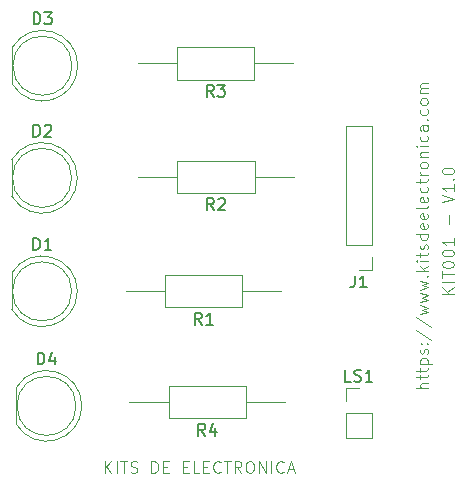
<source format=gbr>
%TF.GenerationSoftware,KiCad,Pcbnew,9.0.2*%
%TF.CreationDate,2025-12-15T21:59:35+00:00*%
%TF.ProjectId,simulador-semaforo,73696d75-6c61-4646-9f72-2d73656d6166,1.0*%
%TF.SameCoordinates,Original*%
%TF.FileFunction,Legend,Top*%
%TF.FilePolarity,Positive*%
%FSLAX46Y46*%
G04 Gerber Fmt 4.6, Leading zero omitted, Abs format (unit mm)*
G04 Created by KiCad (PCBNEW 9.0.2) date 2025-12-15 21:59:35*
%MOMM*%
%LPD*%
G01*
G04 APERTURE LIST*
%ADD10C,0.100000*%
%ADD11C,0.150000*%
%ADD12C,0.120000*%
G04 APERTURE END LIST*
D10*
X179772419Y-77396115D02*
X178772419Y-77396115D01*
X179772419Y-76967544D02*
X179248609Y-76967544D01*
X179248609Y-76967544D02*
X179153371Y-77015163D01*
X179153371Y-77015163D02*
X179105752Y-77110401D01*
X179105752Y-77110401D02*
X179105752Y-77253258D01*
X179105752Y-77253258D02*
X179153371Y-77348496D01*
X179153371Y-77348496D02*
X179200990Y-77396115D01*
X179105752Y-76634210D02*
X179105752Y-76253258D01*
X178772419Y-76491353D02*
X179629561Y-76491353D01*
X179629561Y-76491353D02*
X179724800Y-76443734D01*
X179724800Y-76443734D02*
X179772419Y-76348496D01*
X179772419Y-76348496D02*
X179772419Y-76253258D01*
X179105752Y-76062781D02*
X179105752Y-75681829D01*
X178772419Y-75919924D02*
X179629561Y-75919924D01*
X179629561Y-75919924D02*
X179724800Y-75872305D01*
X179724800Y-75872305D02*
X179772419Y-75777067D01*
X179772419Y-75777067D02*
X179772419Y-75681829D01*
X179105752Y-75348495D02*
X180105752Y-75348495D01*
X179153371Y-75348495D02*
X179105752Y-75253257D01*
X179105752Y-75253257D02*
X179105752Y-75062781D01*
X179105752Y-75062781D02*
X179153371Y-74967543D01*
X179153371Y-74967543D02*
X179200990Y-74919924D01*
X179200990Y-74919924D02*
X179296228Y-74872305D01*
X179296228Y-74872305D02*
X179581942Y-74872305D01*
X179581942Y-74872305D02*
X179677180Y-74919924D01*
X179677180Y-74919924D02*
X179724800Y-74967543D01*
X179724800Y-74967543D02*
X179772419Y-75062781D01*
X179772419Y-75062781D02*
X179772419Y-75253257D01*
X179772419Y-75253257D02*
X179724800Y-75348495D01*
X179724800Y-74491352D02*
X179772419Y-74396114D01*
X179772419Y-74396114D02*
X179772419Y-74205638D01*
X179772419Y-74205638D02*
X179724800Y-74110400D01*
X179724800Y-74110400D02*
X179629561Y-74062781D01*
X179629561Y-74062781D02*
X179581942Y-74062781D01*
X179581942Y-74062781D02*
X179486704Y-74110400D01*
X179486704Y-74110400D02*
X179439085Y-74205638D01*
X179439085Y-74205638D02*
X179439085Y-74348495D01*
X179439085Y-74348495D02*
X179391466Y-74443733D01*
X179391466Y-74443733D02*
X179296228Y-74491352D01*
X179296228Y-74491352D02*
X179248609Y-74491352D01*
X179248609Y-74491352D02*
X179153371Y-74443733D01*
X179153371Y-74443733D02*
X179105752Y-74348495D01*
X179105752Y-74348495D02*
X179105752Y-74205638D01*
X179105752Y-74205638D02*
X179153371Y-74110400D01*
X179677180Y-73634209D02*
X179724800Y-73586590D01*
X179724800Y-73586590D02*
X179772419Y-73634209D01*
X179772419Y-73634209D02*
X179724800Y-73681828D01*
X179724800Y-73681828D02*
X179677180Y-73634209D01*
X179677180Y-73634209D02*
X179772419Y-73634209D01*
X179153371Y-73634209D02*
X179200990Y-73586590D01*
X179200990Y-73586590D02*
X179248609Y-73634209D01*
X179248609Y-73634209D02*
X179200990Y-73681828D01*
X179200990Y-73681828D02*
X179153371Y-73634209D01*
X179153371Y-73634209D02*
X179248609Y-73634209D01*
X178724800Y-72443734D02*
X180010514Y-73300876D01*
X178724800Y-71396115D02*
X180010514Y-72253257D01*
X179105752Y-71158019D02*
X179772419Y-70967543D01*
X179772419Y-70967543D02*
X179296228Y-70777067D01*
X179296228Y-70777067D02*
X179772419Y-70586591D01*
X179772419Y-70586591D02*
X179105752Y-70396115D01*
X179105752Y-70110400D02*
X179772419Y-69919924D01*
X179772419Y-69919924D02*
X179296228Y-69729448D01*
X179296228Y-69729448D02*
X179772419Y-69538972D01*
X179772419Y-69538972D02*
X179105752Y-69348496D01*
X179105752Y-69062781D02*
X179772419Y-68872305D01*
X179772419Y-68872305D02*
X179296228Y-68681829D01*
X179296228Y-68681829D02*
X179772419Y-68491353D01*
X179772419Y-68491353D02*
X179105752Y-68300877D01*
X179677180Y-67919924D02*
X179724800Y-67872305D01*
X179724800Y-67872305D02*
X179772419Y-67919924D01*
X179772419Y-67919924D02*
X179724800Y-67967543D01*
X179724800Y-67967543D02*
X179677180Y-67919924D01*
X179677180Y-67919924D02*
X179772419Y-67919924D01*
X179772419Y-67443734D02*
X178772419Y-67443734D01*
X179391466Y-67348496D02*
X179772419Y-67062782D01*
X179105752Y-67062782D02*
X179486704Y-67443734D01*
X179772419Y-66634210D02*
X179105752Y-66634210D01*
X178772419Y-66634210D02*
X178820038Y-66681829D01*
X178820038Y-66681829D02*
X178867657Y-66634210D01*
X178867657Y-66634210D02*
X178820038Y-66586591D01*
X178820038Y-66586591D02*
X178772419Y-66634210D01*
X178772419Y-66634210D02*
X178867657Y-66634210D01*
X179105752Y-66300877D02*
X179105752Y-65919925D01*
X178772419Y-66158020D02*
X179629561Y-66158020D01*
X179629561Y-66158020D02*
X179724800Y-66110401D01*
X179724800Y-66110401D02*
X179772419Y-66015163D01*
X179772419Y-66015163D02*
X179772419Y-65919925D01*
X179724800Y-65634210D02*
X179772419Y-65538972D01*
X179772419Y-65538972D02*
X179772419Y-65348496D01*
X179772419Y-65348496D02*
X179724800Y-65253258D01*
X179724800Y-65253258D02*
X179629561Y-65205639D01*
X179629561Y-65205639D02*
X179581942Y-65205639D01*
X179581942Y-65205639D02*
X179486704Y-65253258D01*
X179486704Y-65253258D02*
X179439085Y-65348496D01*
X179439085Y-65348496D02*
X179439085Y-65491353D01*
X179439085Y-65491353D02*
X179391466Y-65586591D01*
X179391466Y-65586591D02*
X179296228Y-65634210D01*
X179296228Y-65634210D02*
X179248609Y-65634210D01*
X179248609Y-65634210D02*
X179153371Y-65586591D01*
X179153371Y-65586591D02*
X179105752Y-65491353D01*
X179105752Y-65491353D02*
X179105752Y-65348496D01*
X179105752Y-65348496D02*
X179153371Y-65253258D01*
X179772419Y-64348496D02*
X178772419Y-64348496D01*
X179724800Y-64348496D02*
X179772419Y-64443734D01*
X179772419Y-64443734D02*
X179772419Y-64634210D01*
X179772419Y-64634210D02*
X179724800Y-64729448D01*
X179724800Y-64729448D02*
X179677180Y-64777067D01*
X179677180Y-64777067D02*
X179581942Y-64824686D01*
X179581942Y-64824686D02*
X179296228Y-64824686D01*
X179296228Y-64824686D02*
X179200990Y-64777067D01*
X179200990Y-64777067D02*
X179153371Y-64729448D01*
X179153371Y-64729448D02*
X179105752Y-64634210D01*
X179105752Y-64634210D02*
X179105752Y-64443734D01*
X179105752Y-64443734D02*
X179153371Y-64348496D01*
X179724800Y-63491353D02*
X179772419Y-63586591D01*
X179772419Y-63586591D02*
X179772419Y-63777067D01*
X179772419Y-63777067D02*
X179724800Y-63872305D01*
X179724800Y-63872305D02*
X179629561Y-63919924D01*
X179629561Y-63919924D02*
X179248609Y-63919924D01*
X179248609Y-63919924D02*
X179153371Y-63872305D01*
X179153371Y-63872305D02*
X179105752Y-63777067D01*
X179105752Y-63777067D02*
X179105752Y-63586591D01*
X179105752Y-63586591D02*
X179153371Y-63491353D01*
X179153371Y-63491353D02*
X179248609Y-63443734D01*
X179248609Y-63443734D02*
X179343847Y-63443734D01*
X179343847Y-63443734D02*
X179439085Y-63919924D01*
X179724800Y-62634210D02*
X179772419Y-62729448D01*
X179772419Y-62729448D02*
X179772419Y-62919924D01*
X179772419Y-62919924D02*
X179724800Y-63015162D01*
X179724800Y-63015162D02*
X179629561Y-63062781D01*
X179629561Y-63062781D02*
X179248609Y-63062781D01*
X179248609Y-63062781D02*
X179153371Y-63015162D01*
X179153371Y-63015162D02*
X179105752Y-62919924D01*
X179105752Y-62919924D02*
X179105752Y-62729448D01*
X179105752Y-62729448D02*
X179153371Y-62634210D01*
X179153371Y-62634210D02*
X179248609Y-62586591D01*
X179248609Y-62586591D02*
X179343847Y-62586591D01*
X179343847Y-62586591D02*
X179439085Y-63062781D01*
X179772419Y-62015162D02*
X179724800Y-62110400D01*
X179724800Y-62110400D02*
X179629561Y-62158019D01*
X179629561Y-62158019D02*
X178772419Y-62158019D01*
X179724800Y-61253257D02*
X179772419Y-61348495D01*
X179772419Y-61348495D02*
X179772419Y-61538971D01*
X179772419Y-61538971D02*
X179724800Y-61634209D01*
X179724800Y-61634209D02*
X179629561Y-61681828D01*
X179629561Y-61681828D02*
X179248609Y-61681828D01*
X179248609Y-61681828D02*
X179153371Y-61634209D01*
X179153371Y-61634209D02*
X179105752Y-61538971D01*
X179105752Y-61538971D02*
X179105752Y-61348495D01*
X179105752Y-61348495D02*
X179153371Y-61253257D01*
X179153371Y-61253257D02*
X179248609Y-61205638D01*
X179248609Y-61205638D02*
X179343847Y-61205638D01*
X179343847Y-61205638D02*
X179439085Y-61681828D01*
X179724800Y-60348495D02*
X179772419Y-60443733D01*
X179772419Y-60443733D02*
X179772419Y-60634209D01*
X179772419Y-60634209D02*
X179724800Y-60729447D01*
X179724800Y-60729447D02*
X179677180Y-60777066D01*
X179677180Y-60777066D02*
X179581942Y-60824685D01*
X179581942Y-60824685D02*
X179296228Y-60824685D01*
X179296228Y-60824685D02*
X179200990Y-60777066D01*
X179200990Y-60777066D02*
X179153371Y-60729447D01*
X179153371Y-60729447D02*
X179105752Y-60634209D01*
X179105752Y-60634209D02*
X179105752Y-60443733D01*
X179105752Y-60443733D02*
X179153371Y-60348495D01*
X179105752Y-60062780D02*
X179105752Y-59681828D01*
X178772419Y-59919923D02*
X179629561Y-59919923D01*
X179629561Y-59919923D02*
X179724800Y-59872304D01*
X179724800Y-59872304D02*
X179772419Y-59777066D01*
X179772419Y-59777066D02*
X179772419Y-59681828D01*
X179772419Y-59348494D02*
X179105752Y-59348494D01*
X179296228Y-59348494D02*
X179200990Y-59300875D01*
X179200990Y-59300875D02*
X179153371Y-59253256D01*
X179153371Y-59253256D02*
X179105752Y-59158018D01*
X179105752Y-59158018D02*
X179105752Y-59062780D01*
X179772419Y-58586589D02*
X179724800Y-58681827D01*
X179724800Y-58681827D02*
X179677180Y-58729446D01*
X179677180Y-58729446D02*
X179581942Y-58777065D01*
X179581942Y-58777065D02*
X179296228Y-58777065D01*
X179296228Y-58777065D02*
X179200990Y-58729446D01*
X179200990Y-58729446D02*
X179153371Y-58681827D01*
X179153371Y-58681827D02*
X179105752Y-58586589D01*
X179105752Y-58586589D02*
X179105752Y-58443732D01*
X179105752Y-58443732D02*
X179153371Y-58348494D01*
X179153371Y-58348494D02*
X179200990Y-58300875D01*
X179200990Y-58300875D02*
X179296228Y-58253256D01*
X179296228Y-58253256D02*
X179581942Y-58253256D01*
X179581942Y-58253256D02*
X179677180Y-58300875D01*
X179677180Y-58300875D02*
X179724800Y-58348494D01*
X179724800Y-58348494D02*
X179772419Y-58443732D01*
X179772419Y-58443732D02*
X179772419Y-58586589D01*
X179105752Y-57824684D02*
X179772419Y-57824684D01*
X179200990Y-57824684D02*
X179153371Y-57777065D01*
X179153371Y-57777065D02*
X179105752Y-57681827D01*
X179105752Y-57681827D02*
X179105752Y-57538970D01*
X179105752Y-57538970D02*
X179153371Y-57443732D01*
X179153371Y-57443732D02*
X179248609Y-57396113D01*
X179248609Y-57396113D02*
X179772419Y-57396113D01*
X179772419Y-56919922D02*
X179105752Y-56919922D01*
X178772419Y-56919922D02*
X178820038Y-56967541D01*
X178820038Y-56967541D02*
X178867657Y-56919922D01*
X178867657Y-56919922D02*
X178820038Y-56872303D01*
X178820038Y-56872303D02*
X178772419Y-56919922D01*
X178772419Y-56919922D02*
X178867657Y-56919922D01*
X179724800Y-56015161D02*
X179772419Y-56110399D01*
X179772419Y-56110399D02*
X179772419Y-56300875D01*
X179772419Y-56300875D02*
X179724800Y-56396113D01*
X179724800Y-56396113D02*
X179677180Y-56443732D01*
X179677180Y-56443732D02*
X179581942Y-56491351D01*
X179581942Y-56491351D02*
X179296228Y-56491351D01*
X179296228Y-56491351D02*
X179200990Y-56443732D01*
X179200990Y-56443732D02*
X179153371Y-56396113D01*
X179153371Y-56396113D02*
X179105752Y-56300875D01*
X179105752Y-56300875D02*
X179105752Y-56110399D01*
X179105752Y-56110399D02*
X179153371Y-56015161D01*
X179772419Y-55158018D02*
X179248609Y-55158018D01*
X179248609Y-55158018D02*
X179153371Y-55205637D01*
X179153371Y-55205637D02*
X179105752Y-55300875D01*
X179105752Y-55300875D02*
X179105752Y-55491351D01*
X179105752Y-55491351D02*
X179153371Y-55586589D01*
X179724800Y-55158018D02*
X179772419Y-55253256D01*
X179772419Y-55253256D02*
X179772419Y-55491351D01*
X179772419Y-55491351D02*
X179724800Y-55586589D01*
X179724800Y-55586589D02*
X179629561Y-55634208D01*
X179629561Y-55634208D02*
X179534323Y-55634208D01*
X179534323Y-55634208D02*
X179439085Y-55586589D01*
X179439085Y-55586589D02*
X179391466Y-55491351D01*
X179391466Y-55491351D02*
X179391466Y-55253256D01*
X179391466Y-55253256D02*
X179343847Y-55158018D01*
X179677180Y-54681827D02*
X179724800Y-54634208D01*
X179724800Y-54634208D02*
X179772419Y-54681827D01*
X179772419Y-54681827D02*
X179724800Y-54729446D01*
X179724800Y-54729446D02*
X179677180Y-54681827D01*
X179677180Y-54681827D02*
X179772419Y-54681827D01*
X179724800Y-53777066D02*
X179772419Y-53872304D01*
X179772419Y-53872304D02*
X179772419Y-54062780D01*
X179772419Y-54062780D02*
X179724800Y-54158018D01*
X179724800Y-54158018D02*
X179677180Y-54205637D01*
X179677180Y-54205637D02*
X179581942Y-54253256D01*
X179581942Y-54253256D02*
X179296228Y-54253256D01*
X179296228Y-54253256D02*
X179200990Y-54205637D01*
X179200990Y-54205637D02*
X179153371Y-54158018D01*
X179153371Y-54158018D02*
X179105752Y-54062780D01*
X179105752Y-54062780D02*
X179105752Y-53872304D01*
X179105752Y-53872304D02*
X179153371Y-53777066D01*
X179772419Y-53205637D02*
X179724800Y-53300875D01*
X179724800Y-53300875D02*
X179677180Y-53348494D01*
X179677180Y-53348494D02*
X179581942Y-53396113D01*
X179581942Y-53396113D02*
X179296228Y-53396113D01*
X179296228Y-53396113D02*
X179200990Y-53348494D01*
X179200990Y-53348494D02*
X179153371Y-53300875D01*
X179153371Y-53300875D02*
X179105752Y-53205637D01*
X179105752Y-53205637D02*
X179105752Y-53062780D01*
X179105752Y-53062780D02*
X179153371Y-52967542D01*
X179153371Y-52967542D02*
X179200990Y-52919923D01*
X179200990Y-52919923D02*
X179296228Y-52872304D01*
X179296228Y-52872304D02*
X179581942Y-52872304D01*
X179581942Y-52872304D02*
X179677180Y-52919923D01*
X179677180Y-52919923D02*
X179724800Y-52967542D01*
X179724800Y-52967542D02*
X179772419Y-53062780D01*
X179772419Y-53062780D02*
X179772419Y-53205637D01*
X179772419Y-52443732D02*
X179105752Y-52443732D01*
X179200990Y-52443732D02*
X179153371Y-52396113D01*
X179153371Y-52396113D02*
X179105752Y-52300875D01*
X179105752Y-52300875D02*
X179105752Y-52158018D01*
X179105752Y-52158018D02*
X179153371Y-52062780D01*
X179153371Y-52062780D02*
X179248609Y-52015161D01*
X179248609Y-52015161D02*
X179772419Y-52015161D01*
X179248609Y-52015161D02*
X179153371Y-51967542D01*
X179153371Y-51967542D02*
X179105752Y-51872304D01*
X179105752Y-51872304D02*
X179105752Y-51729447D01*
X179105752Y-51729447D02*
X179153371Y-51634208D01*
X179153371Y-51634208D02*
X179248609Y-51586589D01*
X179248609Y-51586589D02*
X179772419Y-51586589D01*
X181972419Y-69396115D02*
X180972419Y-69396115D01*
X181972419Y-68824687D02*
X181400990Y-69253258D01*
X180972419Y-68824687D02*
X181543847Y-69396115D01*
X181972419Y-68396115D02*
X180972419Y-68396115D01*
X180972419Y-68062782D02*
X180972419Y-67491354D01*
X181972419Y-67777068D02*
X180972419Y-67777068D01*
X180972419Y-66967544D02*
X180972419Y-66872306D01*
X180972419Y-66872306D02*
X181020038Y-66777068D01*
X181020038Y-66777068D02*
X181067657Y-66729449D01*
X181067657Y-66729449D02*
X181162895Y-66681830D01*
X181162895Y-66681830D02*
X181353371Y-66634211D01*
X181353371Y-66634211D02*
X181591466Y-66634211D01*
X181591466Y-66634211D02*
X181781942Y-66681830D01*
X181781942Y-66681830D02*
X181877180Y-66729449D01*
X181877180Y-66729449D02*
X181924800Y-66777068D01*
X181924800Y-66777068D02*
X181972419Y-66872306D01*
X181972419Y-66872306D02*
X181972419Y-66967544D01*
X181972419Y-66967544D02*
X181924800Y-67062782D01*
X181924800Y-67062782D02*
X181877180Y-67110401D01*
X181877180Y-67110401D02*
X181781942Y-67158020D01*
X181781942Y-67158020D02*
X181591466Y-67205639D01*
X181591466Y-67205639D02*
X181353371Y-67205639D01*
X181353371Y-67205639D02*
X181162895Y-67158020D01*
X181162895Y-67158020D02*
X181067657Y-67110401D01*
X181067657Y-67110401D02*
X181020038Y-67062782D01*
X181020038Y-67062782D02*
X180972419Y-66967544D01*
X180972419Y-66015163D02*
X180972419Y-65919925D01*
X180972419Y-65919925D02*
X181020038Y-65824687D01*
X181020038Y-65824687D02*
X181067657Y-65777068D01*
X181067657Y-65777068D02*
X181162895Y-65729449D01*
X181162895Y-65729449D02*
X181353371Y-65681830D01*
X181353371Y-65681830D02*
X181591466Y-65681830D01*
X181591466Y-65681830D02*
X181781942Y-65729449D01*
X181781942Y-65729449D02*
X181877180Y-65777068D01*
X181877180Y-65777068D02*
X181924800Y-65824687D01*
X181924800Y-65824687D02*
X181972419Y-65919925D01*
X181972419Y-65919925D02*
X181972419Y-66015163D01*
X181972419Y-66015163D02*
X181924800Y-66110401D01*
X181924800Y-66110401D02*
X181877180Y-66158020D01*
X181877180Y-66158020D02*
X181781942Y-66205639D01*
X181781942Y-66205639D02*
X181591466Y-66253258D01*
X181591466Y-66253258D02*
X181353371Y-66253258D01*
X181353371Y-66253258D02*
X181162895Y-66205639D01*
X181162895Y-66205639D02*
X181067657Y-66158020D01*
X181067657Y-66158020D02*
X181020038Y-66110401D01*
X181020038Y-66110401D02*
X180972419Y-66015163D01*
X181972419Y-64729449D02*
X181972419Y-65300877D01*
X181972419Y-65015163D02*
X180972419Y-65015163D01*
X180972419Y-65015163D02*
X181115276Y-65110401D01*
X181115276Y-65110401D02*
X181210514Y-65205639D01*
X181210514Y-65205639D02*
X181258133Y-65300877D01*
X181591466Y-63538972D02*
X181591466Y-62777068D01*
X180972419Y-61681829D02*
X181972419Y-61348496D01*
X181972419Y-61348496D02*
X180972419Y-61015163D01*
X181972419Y-60158020D02*
X181972419Y-60729448D01*
X181972419Y-60443734D02*
X180972419Y-60443734D01*
X180972419Y-60443734D02*
X181115276Y-60538972D01*
X181115276Y-60538972D02*
X181210514Y-60634210D01*
X181210514Y-60634210D02*
X181258133Y-60729448D01*
X181877180Y-59729448D02*
X181924800Y-59681829D01*
X181924800Y-59681829D02*
X181972419Y-59729448D01*
X181972419Y-59729448D02*
X181924800Y-59777067D01*
X181924800Y-59777067D02*
X181877180Y-59729448D01*
X181877180Y-59729448D02*
X181972419Y-59729448D01*
X180972419Y-59062782D02*
X180972419Y-58967544D01*
X180972419Y-58967544D02*
X181020038Y-58872306D01*
X181020038Y-58872306D02*
X181067657Y-58824687D01*
X181067657Y-58824687D02*
X181162895Y-58777068D01*
X181162895Y-58777068D02*
X181353371Y-58729449D01*
X181353371Y-58729449D02*
X181591466Y-58729449D01*
X181591466Y-58729449D02*
X181781942Y-58777068D01*
X181781942Y-58777068D02*
X181877180Y-58824687D01*
X181877180Y-58824687D02*
X181924800Y-58872306D01*
X181924800Y-58872306D02*
X181972419Y-58967544D01*
X181972419Y-58967544D02*
X181972419Y-59062782D01*
X181972419Y-59062782D02*
X181924800Y-59158020D01*
X181924800Y-59158020D02*
X181877180Y-59205639D01*
X181877180Y-59205639D02*
X181781942Y-59253258D01*
X181781942Y-59253258D02*
X181591466Y-59300877D01*
X181591466Y-59300877D02*
X181353371Y-59300877D01*
X181353371Y-59300877D02*
X181162895Y-59253258D01*
X181162895Y-59253258D02*
X181067657Y-59205639D01*
X181067657Y-59205639D02*
X181020038Y-59158020D01*
X181020038Y-59158020D02*
X180972419Y-59062782D01*
X152403884Y-84572419D02*
X152403884Y-83572419D01*
X152975312Y-84572419D02*
X152546741Y-84000990D01*
X152975312Y-83572419D02*
X152403884Y-84143847D01*
X153403884Y-84572419D02*
X153403884Y-83572419D01*
X153737217Y-83572419D02*
X154308645Y-83572419D01*
X154022931Y-84572419D02*
X154022931Y-83572419D01*
X154594360Y-84524800D02*
X154737217Y-84572419D01*
X154737217Y-84572419D02*
X154975312Y-84572419D01*
X154975312Y-84572419D02*
X155070550Y-84524800D01*
X155070550Y-84524800D02*
X155118169Y-84477180D01*
X155118169Y-84477180D02*
X155165788Y-84381942D01*
X155165788Y-84381942D02*
X155165788Y-84286704D01*
X155165788Y-84286704D02*
X155118169Y-84191466D01*
X155118169Y-84191466D02*
X155070550Y-84143847D01*
X155070550Y-84143847D02*
X154975312Y-84096228D01*
X154975312Y-84096228D02*
X154784836Y-84048609D01*
X154784836Y-84048609D02*
X154689598Y-84000990D01*
X154689598Y-84000990D02*
X154641979Y-83953371D01*
X154641979Y-83953371D02*
X154594360Y-83858133D01*
X154594360Y-83858133D02*
X154594360Y-83762895D01*
X154594360Y-83762895D02*
X154641979Y-83667657D01*
X154641979Y-83667657D02*
X154689598Y-83620038D01*
X154689598Y-83620038D02*
X154784836Y-83572419D01*
X154784836Y-83572419D02*
X155022931Y-83572419D01*
X155022931Y-83572419D02*
X155165788Y-83620038D01*
X156356265Y-84572419D02*
X156356265Y-83572419D01*
X156356265Y-83572419D02*
X156594360Y-83572419D01*
X156594360Y-83572419D02*
X156737217Y-83620038D01*
X156737217Y-83620038D02*
X156832455Y-83715276D01*
X156832455Y-83715276D02*
X156880074Y-83810514D01*
X156880074Y-83810514D02*
X156927693Y-84000990D01*
X156927693Y-84000990D02*
X156927693Y-84143847D01*
X156927693Y-84143847D02*
X156880074Y-84334323D01*
X156880074Y-84334323D02*
X156832455Y-84429561D01*
X156832455Y-84429561D02*
X156737217Y-84524800D01*
X156737217Y-84524800D02*
X156594360Y-84572419D01*
X156594360Y-84572419D02*
X156356265Y-84572419D01*
X157356265Y-84048609D02*
X157689598Y-84048609D01*
X157832455Y-84572419D02*
X157356265Y-84572419D01*
X157356265Y-84572419D02*
X157356265Y-83572419D01*
X157356265Y-83572419D02*
X157832455Y-83572419D01*
X159022932Y-84048609D02*
X159356265Y-84048609D01*
X159499122Y-84572419D02*
X159022932Y-84572419D01*
X159022932Y-84572419D02*
X159022932Y-83572419D01*
X159022932Y-83572419D02*
X159499122Y-83572419D01*
X160403884Y-84572419D02*
X159927694Y-84572419D01*
X159927694Y-84572419D02*
X159927694Y-83572419D01*
X160737218Y-84048609D02*
X161070551Y-84048609D01*
X161213408Y-84572419D02*
X160737218Y-84572419D01*
X160737218Y-84572419D02*
X160737218Y-83572419D01*
X160737218Y-83572419D02*
X161213408Y-83572419D01*
X162213408Y-84477180D02*
X162165789Y-84524800D01*
X162165789Y-84524800D02*
X162022932Y-84572419D01*
X162022932Y-84572419D02*
X161927694Y-84572419D01*
X161927694Y-84572419D02*
X161784837Y-84524800D01*
X161784837Y-84524800D02*
X161689599Y-84429561D01*
X161689599Y-84429561D02*
X161641980Y-84334323D01*
X161641980Y-84334323D02*
X161594361Y-84143847D01*
X161594361Y-84143847D02*
X161594361Y-84000990D01*
X161594361Y-84000990D02*
X161641980Y-83810514D01*
X161641980Y-83810514D02*
X161689599Y-83715276D01*
X161689599Y-83715276D02*
X161784837Y-83620038D01*
X161784837Y-83620038D02*
X161927694Y-83572419D01*
X161927694Y-83572419D02*
X162022932Y-83572419D01*
X162022932Y-83572419D02*
X162165789Y-83620038D01*
X162165789Y-83620038D02*
X162213408Y-83667657D01*
X162499123Y-83572419D02*
X163070551Y-83572419D01*
X162784837Y-84572419D02*
X162784837Y-83572419D01*
X163975313Y-84572419D02*
X163641980Y-84096228D01*
X163403885Y-84572419D02*
X163403885Y-83572419D01*
X163403885Y-83572419D02*
X163784837Y-83572419D01*
X163784837Y-83572419D02*
X163880075Y-83620038D01*
X163880075Y-83620038D02*
X163927694Y-83667657D01*
X163927694Y-83667657D02*
X163975313Y-83762895D01*
X163975313Y-83762895D02*
X163975313Y-83905752D01*
X163975313Y-83905752D02*
X163927694Y-84000990D01*
X163927694Y-84000990D02*
X163880075Y-84048609D01*
X163880075Y-84048609D02*
X163784837Y-84096228D01*
X163784837Y-84096228D02*
X163403885Y-84096228D01*
X164594361Y-83572419D02*
X164784837Y-83572419D01*
X164784837Y-83572419D02*
X164880075Y-83620038D01*
X164880075Y-83620038D02*
X164975313Y-83715276D01*
X164975313Y-83715276D02*
X165022932Y-83905752D01*
X165022932Y-83905752D02*
X165022932Y-84239085D01*
X165022932Y-84239085D02*
X164975313Y-84429561D01*
X164975313Y-84429561D02*
X164880075Y-84524800D01*
X164880075Y-84524800D02*
X164784837Y-84572419D01*
X164784837Y-84572419D02*
X164594361Y-84572419D01*
X164594361Y-84572419D02*
X164499123Y-84524800D01*
X164499123Y-84524800D02*
X164403885Y-84429561D01*
X164403885Y-84429561D02*
X164356266Y-84239085D01*
X164356266Y-84239085D02*
X164356266Y-83905752D01*
X164356266Y-83905752D02*
X164403885Y-83715276D01*
X164403885Y-83715276D02*
X164499123Y-83620038D01*
X164499123Y-83620038D02*
X164594361Y-83572419D01*
X165451504Y-84572419D02*
X165451504Y-83572419D01*
X165451504Y-83572419D02*
X166022932Y-84572419D01*
X166022932Y-84572419D02*
X166022932Y-83572419D01*
X166499123Y-84572419D02*
X166499123Y-83572419D01*
X167546741Y-84477180D02*
X167499122Y-84524800D01*
X167499122Y-84524800D02*
X167356265Y-84572419D01*
X167356265Y-84572419D02*
X167261027Y-84572419D01*
X167261027Y-84572419D02*
X167118170Y-84524800D01*
X167118170Y-84524800D02*
X167022932Y-84429561D01*
X167022932Y-84429561D02*
X166975313Y-84334323D01*
X166975313Y-84334323D02*
X166927694Y-84143847D01*
X166927694Y-84143847D02*
X166927694Y-84000990D01*
X166927694Y-84000990D02*
X166975313Y-83810514D01*
X166975313Y-83810514D02*
X167022932Y-83715276D01*
X167022932Y-83715276D02*
X167118170Y-83620038D01*
X167118170Y-83620038D02*
X167261027Y-83572419D01*
X167261027Y-83572419D02*
X167356265Y-83572419D01*
X167356265Y-83572419D02*
X167499122Y-83620038D01*
X167499122Y-83620038D02*
X167546741Y-83667657D01*
X167927694Y-84286704D02*
X168403884Y-84286704D01*
X167832456Y-84572419D02*
X168165789Y-83572419D01*
X168165789Y-83572419D02*
X168499122Y-84572419D01*
D11*
X160913333Y-81424819D02*
X160580000Y-80948628D01*
X160341905Y-81424819D02*
X160341905Y-80424819D01*
X160341905Y-80424819D02*
X160722857Y-80424819D01*
X160722857Y-80424819D02*
X160818095Y-80472438D01*
X160818095Y-80472438D02*
X160865714Y-80520057D01*
X160865714Y-80520057D02*
X160913333Y-80615295D01*
X160913333Y-80615295D02*
X160913333Y-80758152D01*
X160913333Y-80758152D02*
X160865714Y-80853390D01*
X160865714Y-80853390D02*
X160818095Y-80901009D01*
X160818095Y-80901009D02*
X160722857Y-80948628D01*
X160722857Y-80948628D02*
X160341905Y-80948628D01*
X161770476Y-80758152D02*
X161770476Y-81424819D01*
X161532381Y-80377200D02*
X161294286Y-81091485D01*
X161294286Y-81091485D02*
X161913333Y-81091485D01*
X161613333Y-52724819D02*
X161280000Y-52248628D01*
X161041905Y-52724819D02*
X161041905Y-51724819D01*
X161041905Y-51724819D02*
X161422857Y-51724819D01*
X161422857Y-51724819D02*
X161518095Y-51772438D01*
X161518095Y-51772438D02*
X161565714Y-51820057D01*
X161565714Y-51820057D02*
X161613333Y-51915295D01*
X161613333Y-51915295D02*
X161613333Y-52058152D01*
X161613333Y-52058152D02*
X161565714Y-52153390D01*
X161565714Y-52153390D02*
X161518095Y-52201009D01*
X161518095Y-52201009D02*
X161422857Y-52248628D01*
X161422857Y-52248628D02*
X161041905Y-52248628D01*
X161946667Y-51724819D02*
X162565714Y-51724819D01*
X162565714Y-51724819D02*
X162232381Y-52105771D01*
X162232381Y-52105771D02*
X162375238Y-52105771D01*
X162375238Y-52105771D02*
X162470476Y-52153390D01*
X162470476Y-52153390D02*
X162518095Y-52201009D01*
X162518095Y-52201009D02*
X162565714Y-52296247D01*
X162565714Y-52296247D02*
X162565714Y-52534342D01*
X162565714Y-52534342D02*
X162518095Y-52629580D01*
X162518095Y-52629580D02*
X162470476Y-52677200D01*
X162470476Y-52677200D02*
X162375238Y-52724819D01*
X162375238Y-52724819D02*
X162089524Y-52724819D01*
X162089524Y-52724819D02*
X161994286Y-52677200D01*
X161994286Y-52677200D02*
X161946667Y-52629580D01*
X161653333Y-62324819D02*
X161320000Y-61848628D01*
X161081905Y-62324819D02*
X161081905Y-61324819D01*
X161081905Y-61324819D02*
X161462857Y-61324819D01*
X161462857Y-61324819D02*
X161558095Y-61372438D01*
X161558095Y-61372438D02*
X161605714Y-61420057D01*
X161605714Y-61420057D02*
X161653333Y-61515295D01*
X161653333Y-61515295D02*
X161653333Y-61658152D01*
X161653333Y-61658152D02*
X161605714Y-61753390D01*
X161605714Y-61753390D02*
X161558095Y-61801009D01*
X161558095Y-61801009D02*
X161462857Y-61848628D01*
X161462857Y-61848628D02*
X161081905Y-61848628D01*
X162034286Y-61420057D02*
X162081905Y-61372438D01*
X162081905Y-61372438D02*
X162177143Y-61324819D01*
X162177143Y-61324819D02*
X162415238Y-61324819D01*
X162415238Y-61324819D02*
X162510476Y-61372438D01*
X162510476Y-61372438D02*
X162558095Y-61420057D01*
X162558095Y-61420057D02*
X162605714Y-61515295D01*
X162605714Y-61515295D02*
X162605714Y-61610533D01*
X162605714Y-61610533D02*
X162558095Y-61753390D01*
X162558095Y-61753390D02*
X161986667Y-62324819D01*
X161986667Y-62324819D02*
X162605714Y-62324819D01*
X160613333Y-72024819D02*
X160280000Y-71548628D01*
X160041905Y-72024819D02*
X160041905Y-71024819D01*
X160041905Y-71024819D02*
X160422857Y-71024819D01*
X160422857Y-71024819D02*
X160518095Y-71072438D01*
X160518095Y-71072438D02*
X160565714Y-71120057D01*
X160565714Y-71120057D02*
X160613333Y-71215295D01*
X160613333Y-71215295D02*
X160613333Y-71358152D01*
X160613333Y-71358152D02*
X160565714Y-71453390D01*
X160565714Y-71453390D02*
X160518095Y-71501009D01*
X160518095Y-71501009D02*
X160422857Y-71548628D01*
X160422857Y-71548628D02*
X160041905Y-71548628D01*
X161565714Y-72024819D02*
X160994286Y-72024819D01*
X161280000Y-72024819D02*
X161280000Y-71024819D01*
X161280000Y-71024819D02*
X161184762Y-71167676D01*
X161184762Y-71167676D02*
X161089524Y-71262914D01*
X161089524Y-71262914D02*
X160994286Y-71310533D01*
X173257142Y-76844819D02*
X172780952Y-76844819D01*
X172780952Y-76844819D02*
X172780952Y-75844819D01*
X173542857Y-76797200D02*
X173685714Y-76844819D01*
X173685714Y-76844819D02*
X173923809Y-76844819D01*
X173923809Y-76844819D02*
X174019047Y-76797200D01*
X174019047Y-76797200D02*
X174066666Y-76749580D01*
X174066666Y-76749580D02*
X174114285Y-76654342D01*
X174114285Y-76654342D02*
X174114285Y-76559104D01*
X174114285Y-76559104D02*
X174066666Y-76463866D01*
X174066666Y-76463866D02*
X174019047Y-76416247D01*
X174019047Y-76416247D02*
X173923809Y-76368628D01*
X173923809Y-76368628D02*
X173733333Y-76321009D01*
X173733333Y-76321009D02*
X173638095Y-76273390D01*
X173638095Y-76273390D02*
X173590476Y-76225771D01*
X173590476Y-76225771D02*
X173542857Y-76130533D01*
X173542857Y-76130533D02*
X173542857Y-76035295D01*
X173542857Y-76035295D02*
X173590476Y-75940057D01*
X173590476Y-75940057D02*
X173638095Y-75892438D01*
X173638095Y-75892438D02*
X173733333Y-75844819D01*
X173733333Y-75844819D02*
X173971428Y-75844819D01*
X173971428Y-75844819D02*
X174114285Y-75892438D01*
X175066666Y-76844819D02*
X174495238Y-76844819D01*
X174780952Y-76844819D02*
X174780952Y-75844819D01*
X174780952Y-75844819D02*
X174685714Y-75987676D01*
X174685714Y-75987676D02*
X174590476Y-76082914D01*
X174590476Y-76082914D02*
X174495238Y-76130533D01*
X173566666Y-67864819D02*
X173566666Y-68579104D01*
X173566666Y-68579104D02*
X173519047Y-68721961D01*
X173519047Y-68721961D02*
X173423809Y-68817200D01*
X173423809Y-68817200D02*
X173280952Y-68864819D01*
X173280952Y-68864819D02*
X173185714Y-68864819D01*
X174566666Y-68864819D02*
X173995238Y-68864819D01*
X174280952Y-68864819D02*
X174280952Y-67864819D01*
X174280952Y-67864819D02*
X174185714Y-68007676D01*
X174185714Y-68007676D02*
X174090476Y-68102914D01*
X174090476Y-68102914D02*
X173995238Y-68150533D01*
X146731905Y-75394819D02*
X146731905Y-74394819D01*
X146731905Y-74394819D02*
X146970000Y-74394819D01*
X146970000Y-74394819D02*
X147112857Y-74442438D01*
X147112857Y-74442438D02*
X147208095Y-74537676D01*
X147208095Y-74537676D02*
X147255714Y-74632914D01*
X147255714Y-74632914D02*
X147303333Y-74823390D01*
X147303333Y-74823390D02*
X147303333Y-74966247D01*
X147303333Y-74966247D02*
X147255714Y-75156723D01*
X147255714Y-75156723D02*
X147208095Y-75251961D01*
X147208095Y-75251961D02*
X147112857Y-75347200D01*
X147112857Y-75347200D02*
X146970000Y-75394819D01*
X146970000Y-75394819D02*
X146731905Y-75394819D01*
X148160476Y-74728152D02*
X148160476Y-75394819D01*
X147922381Y-74347200D02*
X147684286Y-75061485D01*
X147684286Y-75061485D02*
X148303333Y-75061485D01*
X146391905Y-46594819D02*
X146391905Y-45594819D01*
X146391905Y-45594819D02*
X146630000Y-45594819D01*
X146630000Y-45594819D02*
X146772857Y-45642438D01*
X146772857Y-45642438D02*
X146868095Y-45737676D01*
X146868095Y-45737676D02*
X146915714Y-45832914D01*
X146915714Y-45832914D02*
X146963333Y-46023390D01*
X146963333Y-46023390D02*
X146963333Y-46166247D01*
X146963333Y-46166247D02*
X146915714Y-46356723D01*
X146915714Y-46356723D02*
X146868095Y-46451961D01*
X146868095Y-46451961D02*
X146772857Y-46547200D01*
X146772857Y-46547200D02*
X146630000Y-46594819D01*
X146630000Y-46594819D02*
X146391905Y-46594819D01*
X147296667Y-45594819D02*
X147915714Y-45594819D01*
X147915714Y-45594819D02*
X147582381Y-45975771D01*
X147582381Y-45975771D02*
X147725238Y-45975771D01*
X147725238Y-45975771D02*
X147820476Y-46023390D01*
X147820476Y-46023390D02*
X147868095Y-46071009D01*
X147868095Y-46071009D02*
X147915714Y-46166247D01*
X147915714Y-46166247D02*
X147915714Y-46404342D01*
X147915714Y-46404342D02*
X147868095Y-46499580D01*
X147868095Y-46499580D02*
X147820476Y-46547200D01*
X147820476Y-46547200D02*
X147725238Y-46594819D01*
X147725238Y-46594819D02*
X147439524Y-46594819D01*
X147439524Y-46594819D02*
X147344286Y-46547200D01*
X147344286Y-46547200D02*
X147296667Y-46499580D01*
X146356905Y-56094819D02*
X146356905Y-55094819D01*
X146356905Y-55094819D02*
X146595000Y-55094819D01*
X146595000Y-55094819D02*
X146737857Y-55142438D01*
X146737857Y-55142438D02*
X146833095Y-55237676D01*
X146833095Y-55237676D02*
X146880714Y-55332914D01*
X146880714Y-55332914D02*
X146928333Y-55523390D01*
X146928333Y-55523390D02*
X146928333Y-55666247D01*
X146928333Y-55666247D02*
X146880714Y-55856723D01*
X146880714Y-55856723D02*
X146833095Y-55951961D01*
X146833095Y-55951961D02*
X146737857Y-56047200D01*
X146737857Y-56047200D02*
X146595000Y-56094819D01*
X146595000Y-56094819D02*
X146356905Y-56094819D01*
X147309286Y-55190057D02*
X147356905Y-55142438D01*
X147356905Y-55142438D02*
X147452143Y-55094819D01*
X147452143Y-55094819D02*
X147690238Y-55094819D01*
X147690238Y-55094819D02*
X147785476Y-55142438D01*
X147785476Y-55142438D02*
X147833095Y-55190057D01*
X147833095Y-55190057D02*
X147880714Y-55285295D01*
X147880714Y-55285295D02*
X147880714Y-55380533D01*
X147880714Y-55380533D02*
X147833095Y-55523390D01*
X147833095Y-55523390D02*
X147261667Y-56094819D01*
X147261667Y-56094819D02*
X147880714Y-56094819D01*
X146356905Y-65694819D02*
X146356905Y-64694819D01*
X146356905Y-64694819D02*
X146595000Y-64694819D01*
X146595000Y-64694819D02*
X146737857Y-64742438D01*
X146737857Y-64742438D02*
X146833095Y-64837676D01*
X146833095Y-64837676D02*
X146880714Y-64932914D01*
X146880714Y-64932914D02*
X146928333Y-65123390D01*
X146928333Y-65123390D02*
X146928333Y-65266247D01*
X146928333Y-65266247D02*
X146880714Y-65456723D01*
X146880714Y-65456723D02*
X146833095Y-65551961D01*
X146833095Y-65551961D02*
X146737857Y-65647200D01*
X146737857Y-65647200D02*
X146595000Y-65694819D01*
X146595000Y-65694819D02*
X146356905Y-65694819D01*
X147880714Y-65694819D02*
X147309286Y-65694819D01*
X147595000Y-65694819D02*
X147595000Y-64694819D01*
X147595000Y-64694819D02*
X147499762Y-64837676D01*
X147499762Y-64837676D02*
X147404524Y-64932914D01*
X147404524Y-64932914D02*
X147309286Y-64980533D01*
D12*
%TO.C,R4*%
X167660000Y-78600000D02*
X164350000Y-78600000D01*
X154500000Y-78600000D02*
X157810000Y-78600000D01*
X164350000Y-79970000D02*
X157810000Y-79970000D01*
X157810000Y-77230000D01*
X164350000Y-77230000D01*
X164350000Y-79970000D01*
%TO.C,R3*%
X168360000Y-49900000D02*
X165050000Y-49900000D01*
X155200000Y-49900000D02*
X158510000Y-49900000D01*
X165050000Y-51270000D02*
X158510000Y-51270000D01*
X158510000Y-48530000D01*
X165050000Y-48530000D01*
X165050000Y-51270000D01*
%TO.C,R2*%
X168400000Y-59500000D02*
X165090000Y-59500000D01*
X155240000Y-59500000D02*
X158550000Y-59500000D01*
X165090000Y-60870000D02*
X158550000Y-60870000D01*
X158550000Y-58130000D01*
X165090000Y-58130000D01*
X165090000Y-60870000D01*
%TO.C,R1*%
X167360000Y-69200000D02*
X164050000Y-69200000D01*
X154200000Y-69200000D02*
X157510000Y-69200000D01*
X164050000Y-70570000D02*
X157510000Y-70570000D01*
X157510000Y-67830000D01*
X164050000Y-67830000D01*
X164050000Y-70570000D01*
%TO.C,LS1*%
X172790000Y-77390000D02*
X173900000Y-77390000D01*
X172790000Y-78500000D02*
X172790000Y-77390000D01*
X172790000Y-79500000D02*
X172790000Y-81610000D01*
X172790000Y-79500000D02*
X175010000Y-79500000D01*
X172790000Y-81610000D02*
X175010000Y-81610000D01*
X175010000Y-79500000D02*
X175010000Y-81610000D01*
%TO.C,J1*%
X175010000Y-67410000D02*
X173900000Y-67410000D01*
X175010000Y-66300000D02*
X175010000Y-67410000D01*
X175010000Y-65300000D02*
X175010000Y-55190000D01*
X175010000Y-65300000D02*
X172790000Y-65300000D01*
X175010000Y-55190000D02*
X172790000Y-55190000D01*
X172790000Y-65300000D02*
X172790000Y-55190000D01*
%TO.C,D4*%
X144910000Y-77355000D02*
X144910000Y-80445000D01*
X144910000Y-77355170D02*
G75*
G02*
X150460000Y-78900000I2560000J-1544830D01*
G01*
X150460000Y-78900000D02*
G75*
G02*
X144910000Y-80444830I-2990000J0D01*
G01*
X149970000Y-78900000D02*
G75*
G02*
X144970000Y-78900000I-2500000J0D01*
G01*
X144970000Y-78900000D02*
G75*
G02*
X149970000Y-78900000I2500000J0D01*
G01*
%TO.C,D3*%
X144570000Y-48555000D02*
X144570000Y-51645000D01*
X144570000Y-48555170D02*
G75*
G02*
X150120000Y-50100000I2560000J-1544830D01*
G01*
X150120000Y-50100000D02*
G75*
G02*
X144570000Y-51644830I-2990000J0D01*
G01*
X149630000Y-50100000D02*
G75*
G02*
X144630000Y-50100000I-2500000J0D01*
G01*
X144630000Y-50100000D02*
G75*
G02*
X149630000Y-50100000I2500000J0D01*
G01*
%TO.C,D2*%
X144535000Y-58055000D02*
X144535000Y-61145000D01*
X144535000Y-58055170D02*
G75*
G02*
X150085000Y-59600000I2560000J-1544830D01*
G01*
X150085000Y-59600000D02*
G75*
G02*
X144535000Y-61144830I-2990000J0D01*
G01*
X149595000Y-59600000D02*
G75*
G02*
X144595000Y-59600000I-2500000J0D01*
G01*
X144595000Y-59600000D02*
G75*
G02*
X149595000Y-59600000I2500000J0D01*
G01*
%TO.C,D1*%
X144535000Y-67655000D02*
X144535000Y-70745000D01*
X144535000Y-67655170D02*
G75*
G02*
X150085000Y-69200000I2560000J-1544830D01*
G01*
X150085000Y-69200000D02*
G75*
G02*
X144535000Y-70744830I-2990000J0D01*
G01*
X149595000Y-69200000D02*
G75*
G02*
X144595000Y-69200000I-2500000J0D01*
G01*
X144595000Y-69200000D02*
G75*
G02*
X149595000Y-69200000I2500000J0D01*
G01*
%TD*%
M02*

</source>
